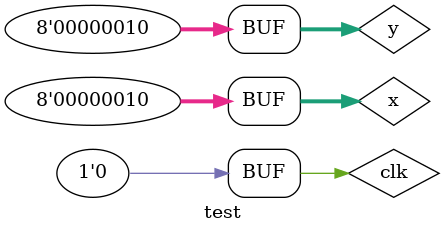
<source format=v>
`timescale 1ns / 1ps


module test;

	// Inputs
	reg [7:0] x;
	reg [7:0] y;
	reg clk;

	// Outputs
	wire [7:0] res;

	// Instantiate the Unit Under Test (UUT)
	demo_one uut (
		.x(x), 
		.y(y), 
		.clk(clk), 
		.res(res)
	);

	initial begin
		// Initialize Inputs
		x = 2'b00000010;
		y = 2'b00000010;
		clk = 0;

		// Wait 100 ns for global reset to finish
		#100;
		clk=1;
		#100;
		clk=0;
        #100;
		clk=1;
		#100;
		clk=0;
		#100;
		clk=1;
		#100;
		clk=0;
		#100;
		clk=1;
		#100;
		clk=0;
		#100;
		clk=1;
		#100;
		clk=0;
		#100;
		clk=1;
		#100;
		clk=0;#100;
		clk=1;
		#100;
		clk=0;#100;
		clk=1;
		#100;
		clk=0;#100;
		clk=1;
		#100;
		clk=0;#100;
		clk=1;
		#100;
		clk=0;#100;
		clk=1;
		#100;
		clk=0;#100;
		clk=1;
		#100;
		clk=0;#100;
		clk=1;
		#100;
		clk=0;#100;
		clk=1;
		#100;
		clk=0;#100;
		clk=1;
		#100;
		clk=0;#100;
		clk=1;
		#100;
		clk=0;#100;
		clk=1;
		#100;
		clk=0;
		#100;
		clk=1;
		#100;
		clk=0;
		#100;
		clk=1;
		#100;
		clk=0;#100;
		clk=1;
		#100;
		clk=0;#100;
		clk=1;
		#100;
		clk=0;#100;
		clk=1;
		#100;
		clk=0;#100;
		clk=1;
		#100;
		clk=0;#100;
		clk=1;
		#100;
		clk=0;#100;
		clk=1;
		#100;
		clk=0;#100;
		clk=1;
		#100;
		clk=0;
		// Add stimulus here

	end
      
endmodule


</source>
